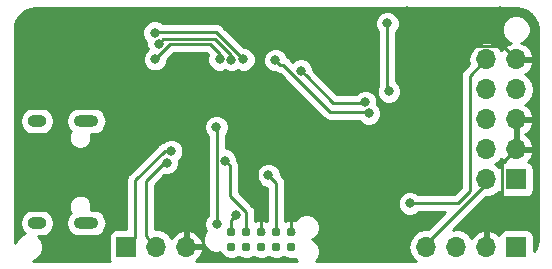
<source format=gbr>
G04 #@! TF.GenerationSoftware,KiCad,Pcbnew,(5.0.0)*
G04 #@! TF.CreationDate,2020-06-29T13:58:06-06:00*
G04 #@! TF.ProjectId,bmp,626D702E6B696361645F706362000000,rev?*
G04 #@! TF.SameCoordinates,Original*
G04 #@! TF.FileFunction,Copper,L2,Bot,Signal*
G04 #@! TF.FilePolarity,Positive*
%FSLAX46Y46*%
G04 Gerber Fmt 4.6, Leading zero omitted, Abs format (unit mm)*
G04 Created by KiCad (PCBNEW (5.0.0)) date 06/29/20 13:58:06*
%MOMM*%
%LPD*%
G01*
G04 APERTURE LIST*
G04 #@! TA.AperFunction,ComponentPad*
%ADD10O,1.600000X1.000000*%
G04 #@! TD*
G04 #@! TA.AperFunction,ComponentPad*
%ADD11O,2.100000X1.000000*%
G04 #@! TD*
G04 #@! TA.AperFunction,ConnectorPad*
%ADD12C,0.787400*%
G04 #@! TD*
G04 #@! TA.AperFunction,ComponentPad*
%ADD13R,1.700000X1.700000*%
G04 #@! TD*
G04 #@! TA.AperFunction,ComponentPad*
%ADD14O,1.700000X1.700000*%
G04 #@! TD*
G04 #@! TA.AperFunction,ViaPad*
%ADD15C,0.800000*%
G04 #@! TD*
G04 #@! TA.AperFunction,Conductor*
%ADD16C,0.250000*%
G04 #@! TD*
G04 #@! TA.AperFunction,Conductor*
%ADD17C,0.254000*%
G04 #@! TD*
G04 APERTURE END LIST*
D10*
G04 #@! TO.P,J1,S1*
G04 #@! TO.N,Net-(J1-PadS1)*
X28000000Y-44325000D03*
X28000000Y-35685000D03*
D11*
X32180000Y-44325000D03*
X32180000Y-35685000D03*
G04 #@! TD*
D12*
G04 #@! TO.P,J2,1*
G04 #@! TO.N,+3V3*
X44450000Y-45085000D03*
G04 #@! TO.P,J2,2*
G04 #@! TO.N,/SWDIO*
X45720000Y-45085000D03*
G04 #@! TO.P,J2,3*
G04 #@! TO.N,GND*
X46990000Y-45085000D03*
G04 #@! TO.P,J2,4*
G04 #@! TO.N,/SWCLK*
X48260000Y-45085000D03*
G04 #@! TO.P,J2,5*
G04 #@! TO.N,GND*
X49530000Y-45085000D03*
G04 #@! TO.P,J2,6*
G04 #@! TO.N,N/C*
X49530000Y-46355000D03*
G04 #@! TO.P,J2,7*
X48260000Y-46355000D03*
G04 #@! TO.P,J2,8*
X46990000Y-46355000D03*
G04 #@! TO.P,J2,9*
X45720000Y-46355000D03*
G04 #@! TO.P,J2,10*
X44450000Y-46355000D03*
G04 #@! TD*
D13*
G04 #@! TO.P,J3,1*
G04 #@! TO.N,/TPWR*
X68580000Y-40640000D03*
D14*
G04 #@! TO.P,J3,2*
G04 #@! TO.N,/TMS*
X66040000Y-40640000D03*
G04 #@! TO.P,J3,3*
G04 #@! TO.N,GND*
X68580000Y-38100000D03*
G04 #@! TO.P,J3,4*
G04 #@! TO.N,/TCK*
X66040000Y-38100000D03*
G04 #@! TO.P,J3,5*
G04 #@! TO.N,GND*
X68580000Y-35560000D03*
G04 #@! TO.P,J3,6*
G04 #@! TO.N,/TDO*
X66040000Y-35560000D03*
G04 #@! TO.P,J3,7*
G04 #@! TO.N,N/C*
X68580000Y-33020000D03*
G04 #@! TO.P,J3,8*
G04 #@! TO.N,/TDI*
X66040000Y-33020000D03*
G04 #@! TO.P,J3,9*
G04 #@! TO.N,GND*
X68580000Y-30480000D03*
G04 #@! TO.P,J3,10*
G04 #@! TO.N,/RST*
X66040000Y-30480000D03*
G04 #@! TD*
D13*
G04 #@! TO.P,J4,1*
G04 #@! TO.N,/TXD*
X35560000Y-46355000D03*
D14*
G04 #@! TO.P,J4,2*
G04 #@! TO.N,/RXD*
X38100000Y-46355000D03*
G04 #@! TO.P,J4,3*
G04 #@! TO.N,GND*
X40640000Y-46355000D03*
G04 #@! TD*
D13*
G04 #@! TO.P,J5,1*
G04 #@! TO.N,/TPWR*
X68580000Y-46355000D03*
D14*
G04 #@! TO.P,J5,2*
G04 #@! TO.N,GND*
X66040000Y-46355000D03*
G04 #@! TO.P,J5,3*
G04 #@! TO.N,/TCK*
X63500000Y-46355000D03*
G04 #@! TO.P,J5,4*
G04 #@! TO.N,/TMS*
X60960000Y-46355000D03*
G04 #@! TD*
D15*
G04 #@! TO.N,GND*
X29210000Y-42926000D03*
X27940000Y-27940000D03*
X33909000Y-34671000D03*
X29210000Y-37084000D03*
X26670000Y-42926000D03*
X26670000Y-37084000D03*
X29210000Y-46482000D03*
X26670000Y-34163000D03*
X29337000Y-34163000D03*
X34729840Y-42994160D03*
X38862000Y-35814006D03*
X62357000Y-33655000D03*
X51816000Y-40640000D03*
X46623970Y-41021008D03*
X48387000Y-37719000D03*
X43561000Y-32004000D03*
X59309010Y-28702000D03*
X44609330Y-35154441D03*
X41529000Y-34163000D03*
X53848000Y-36957000D03*
X59309000Y-26416000D03*
X67183000Y-26416000D03*
X70104000Y-42418000D03*
X70104000Y-44704000D03*
X61214000Y-43815000D03*
X57785000Y-43053000D03*
X45974000Y-39243000D03*
X44831000Y-37592000D03*
G04 #@! TO.N,+3V3*
X44831000Y-43688000D03*
X57658000Y-27432000D03*
X57785000Y-33172968D03*
G04 #@! TO.N,/LED2*
X43467156Y-30476619D03*
X38013000Y-30461506D03*
G04 #@! TO.N,/LED1*
X44466520Y-30512623D03*
X38299635Y-29149552D03*
G04 #@! TO.N,/LED0*
X45466000Y-30480000D03*
X37966943Y-28206504D03*
G04 #@! TO.N,/RST*
X59563000Y-42672000D03*
G04 #@! TO.N,/TXD*
X39363929Y-38220929D03*
G04 #@! TO.N,/RXD*
X38983635Y-39237635D03*
G04 #@! TO.N,/SWDIO*
X43928412Y-39045245D03*
G04 #@! TO.N,/SWCLK*
X47584818Y-40295998D03*
G04 #@! TO.N,/BOOTLOADER*
X43203402Y-44413010D03*
X43180000Y-36195006D03*
G04 #@! TO.N,/iTDI*
X55792331Y-34086062D03*
X50355500Y-31423180D03*
G04 #@! TO.N,/iTDO*
X56078296Y-35044315D03*
X48190429Y-30537429D03*
G04 #@! TD*
D16*
G04 #@! TO.N,GND*
X34435999Y-35578999D02*
X34036000Y-35179000D01*
X34671000Y-42799000D02*
X34671000Y-35814000D01*
X34435999Y-35578999D02*
X34671000Y-35814000D01*
X34671006Y-35814006D02*
X38296315Y-35814006D01*
X34671000Y-35814000D02*
X34671006Y-35814006D01*
X38296315Y-35814006D02*
X38862000Y-35814006D01*
X67404999Y-39275001D02*
X68580000Y-38100000D01*
X67404999Y-42196001D02*
X67404999Y-39275001D01*
X66040000Y-46355000D02*
X66040000Y-43561000D01*
X66040000Y-43561000D02*
X67404999Y-42196001D01*
X62756999Y-33255001D02*
X62756999Y-31350001D01*
X62357000Y-33655000D02*
X62756999Y-33255001D01*
X67730001Y-29630001D02*
X68580000Y-30480000D01*
X67404999Y-29304999D02*
X67730001Y-29630001D01*
X64802001Y-29304999D02*
X67404999Y-29304999D01*
X62756999Y-31350001D02*
X64802001Y-29304999D01*
X46990000Y-45085000D02*
X46990000Y-41387038D01*
X46990000Y-41387038D02*
X46623970Y-41021008D01*
X49530000Y-42926000D02*
X51816000Y-40640000D01*
X49530000Y-45085000D02*
X49530000Y-42926000D01*
X46623970Y-40455323D02*
X46623970Y-41021008D01*
X46623970Y-39736030D02*
X46623970Y-40455323D01*
X47987001Y-38372999D02*
X46623970Y-39736030D01*
X47987001Y-38118999D02*
X47987001Y-38372999D01*
X48387000Y-37719000D02*
X47987001Y-38118999D01*
X43561000Y-32004000D02*
X41529000Y-34036000D01*
X41529000Y-34036000D02*
X41529000Y-34163000D01*
G04 #@! TO.N,+3V3*
X44450000Y-45085000D02*
X44450000Y-44069000D01*
X44450000Y-44069000D02*
X44831000Y-43688000D01*
X57658000Y-33045968D02*
X57785000Y-33172968D01*
X57658000Y-27432000D02*
X57658000Y-33045968D01*
G04 #@! TO.N,/TCK*
X63627000Y-46228000D02*
X63754000Y-46355000D01*
G04 #@! TO.N,/LED2*
X39264506Y-29210000D02*
X38013000Y-30461506D01*
X42672000Y-29210000D02*
X39264506Y-29210000D01*
X43467156Y-30476619D02*
X43467156Y-30005156D01*
X43467156Y-30005156D02*
X42672000Y-29210000D01*
G04 #@! TO.N,/LED1*
X43099143Y-28749553D02*
X38699634Y-28749553D01*
X38699634Y-28749553D02*
X38299635Y-29149552D01*
X44466520Y-30116930D02*
X43099143Y-28749553D01*
X44466520Y-30512623D02*
X44466520Y-30116930D01*
G04 #@! TO.N,/LED0*
X37979447Y-28194000D02*
X37966943Y-28206504D01*
X45466000Y-30480000D02*
X43180000Y-28194000D01*
X43180000Y-28194000D02*
X37979447Y-28194000D01*
G04 #@! TO.N,/RST*
X64643000Y-31877000D02*
X66040000Y-30480000D01*
X64643000Y-41656000D02*
X64643000Y-31877000D01*
X59563000Y-42672000D02*
X63627000Y-42672000D01*
X63627000Y-42672000D02*
X64643000Y-41656000D01*
G04 #@! TO.N,/TMS*
X66040000Y-41021000D02*
X66040000Y-40640000D01*
X60960000Y-46355000D02*
X60960000Y-46101000D01*
X60960000Y-46101000D02*
X66040000Y-41021000D01*
G04 #@! TO.N,/TXD*
X38798244Y-38220929D02*
X39363929Y-38220929D01*
X36322000Y-40697173D02*
X38798244Y-38220929D01*
X35560000Y-46355000D02*
X36322000Y-45593000D01*
X36322000Y-45593000D02*
X36322000Y-40697173D01*
G04 #@! TO.N,/RXD*
X38740365Y-39237635D02*
X38983635Y-39237635D01*
X37211000Y-40767000D02*
X38740365Y-39237635D01*
X38100000Y-46355000D02*
X37211000Y-45466000D01*
X37211000Y-45466000D02*
X37211000Y-40767000D01*
G04 #@! TO.N,/SWDIO*
X44328411Y-39445244D02*
X43928412Y-39045245D01*
X44328411Y-42042411D02*
X44328411Y-39445244D01*
X45720000Y-45085000D02*
X45720000Y-43434000D01*
X45720000Y-43434000D02*
X44328411Y-42042411D01*
G04 #@! TO.N,/SWCLK*
X47984817Y-40695997D02*
X47584818Y-40295998D01*
X48260000Y-40971180D02*
X47984817Y-40695997D01*
X48260000Y-45085000D02*
X48260000Y-40971180D01*
G04 #@! TO.N,/BOOTLOADER*
X43203402Y-36218408D02*
X43180000Y-36195006D01*
X43203402Y-44413010D02*
X43203402Y-36218408D01*
G04 #@! TO.N,/iTDI*
X50755499Y-31823179D02*
X50355500Y-31423180D01*
X53095320Y-34163000D02*
X50755499Y-31823179D01*
X55792331Y-34086062D02*
X55715393Y-34163000D01*
X55715393Y-34163000D02*
X53095320Y-34163000D01*
G04 #@! TO.N,/iTDO*
X52832000Y-34925000D02*
X48844428Y-30937428D01*
X56078296Y-35044315D02*
X55958981Y-34925000D01*
X55958981Y-34925000D02*
X52832000Y-34925000D01*
X48590428Y-30937428D02*
X48190429Y-30537429D01*
X48844428Y-30937428D02*
X48590428Y-30937428D01*
G04 #@! TD*
D17*
G04 #@! TO.N,GND*
G36*
X69033698Y-26172958D02*
X69458893Y-26341305D01*
X69828858Y-26610101D01*
X70120356Y-26962462D01*
X70315067Y-27376244D01*
X70407093Y-27858662D01*
X70410001Y-27951195D01*
X70410000Y-45675333D01*
X70347042Y-46173699D01*
X70178697Y-46598889D01*
X70077440Y-46738258D01*
X70077440Y-45505000D01*
X70028157Y-45257235D01*
X69887809Y-45047191D01*
X69677765Y-44906843D01*
X69430000Y-44857560D01*
X67730000Y-44857560D01*
X67482235Y-44906843D01*
X67272191Y-45047191D01*
X67131843Y-45257235D01*
X67111261Y-45360708D01*
X66806924Y-45083355D01*
X66396890Y-44913524D01*
X66167000Y-45034845D01*
X66167000Y-46228000D01*
X66187000Y-46228000D01*
X66187000Y-46482000D01*
X66167000Y-46482000D01*
X66167000Y-46502000D01*
X65913000Y-46502000D01*
X65913000Y-46482000D01*
X65893000Y-46482000D01*
X65893000Y-46228000D01*
X65913000Y-46228000D01*
X65913000Y-45034845D01*
X65683110Y-44913524D01*
X65273076Y-45083355D01*
X64844817Y-45473642D01*
X64783843Y-45603478D01*
X64570625Y-45284375D01*
X64079418Y-44956161D01*
X63646256Y-44870000D01*
X63353744Y-44870000D01*
X63243965Y-44891836D01*
X66010802Y-42125000D01*
X66186256Y-42125000D01*
X66619418Y-42038839D01*
X67110625Y-41710625D01*
X67122816Y-41692381D01*
X67131843Y-41737765D01*
X67272191Y-41947809D01*
X67482235Y-42088157D01*
X67730000Y-42137440D01*
X69430000Y-42137440D01*
X69677765Y-42088157D01*
X69887809Y-41947809D01*
X70028157Y-41737765D01*
X70077440Y-41490000D01*
X70077440Y-39790000D01*
X70028157Y-39542235D01*
X69887809Y-39332191D01*
X69677765Y-39191843D01*
X69574292Y-39171261D01*
X69851645Y-38866924D01*
X70021476Y-38456890D01*
X69900155Y-38227000D01*
X68707000Y-38227000D01*
X68707000Y-38247000D01*
X68453000Y-38247000D01*
X68453000Y-38227000D01*
X68433000Y-38227000D01*
X68433000Y-37973000D01*
X68453000Y-37973000D01*
X68453000Y-35687000D01*
X68707000Y-35687000D01*
X68707000Y-37973000D01*
X69900155Y-37973000D01*
X70021476Y-37743110D01*
X69851645Y-37333076D01*
X69461358Y-36904817D01*
X69302046Y-36830000D01*
X69461358Y-36755183D01*
X69851645Y-36326924D01*
X70021476Y-35916890D01*
X69900155Y-35687000D01*
X68707000Y-35687000D01*
X68453000Y-35687000D01*
X68433000Y-35687000D01*
X68433000Y-35433000D01*
X68453000Y-35433000D01*
X68453000Y-35413000D01*
X68707000Y-35413000D01*
X68707000Y-35433000D01*
X69900155Y-35433000D01*
X70021476Y-35203110D01*
X69851645Y-34793076D01*
X69461358Y-34364817D01*
X69331522Y-34303843D01*
X69650625Y-34090625D01*
X69978839Y-33599418D01*
X70094092Y-33020000D01*
X69978839Y-32440582D01*
X69650625Y-31949375D01*
X69331522Y-31736157D01*
X69461358Y-31675183D01*
X69851645Y-31246924D01*
X70021476Y-30836890D01*
X69900155Y-30607000D01*
X68707000Y-30607000D01*
X68707000Y-30627000D01*
X68453000Y-30627000D01*
X68453000Y-30607000D01*
X68433000Y-30607000D01*
X68433000Y-30353000D01*
X68453000Y-30353000D01*
X68453000Y-30333000D01*
X68707000Y-30333000D01*
X68707000Y-30353000D01*
X69900155Y-30353000D01*
X70021476Y-30123110D01*
X69851645Y-29713076D01*
X69461358Y-29284817D01*
X69009794Y-29072750D01*
X69265976Y-28966636D01*
X69606636Y-28625976D01*
X69791000Y-28180883D01*
X69791000Y-27699117D01*
X69606636Y-27254024D01*
X69265976Y-26913364D01*
X68820883Y-26729000D01*
X68339117Y-26729000D01*
X67894024Y-26913364D01*
X67553364Y-27254024D01*
X67369000Y-27699117D01*
X67369000Y-28180883D01*
X67553364Y-28625976D01*
X67894024Y-28966636D01*
X68150206Y-29072750D01*
X67698642Y-29284817D01*
X67311353Y-29709786D01*
X67110625Y-29409375D01*
X66619418Y-29081161D01*
X66186256Y-28995000D01*
X65893744Y-28995000D01*
X65460582Y-29081161D01*
X64969375Y-29409375D01*
X64641161Y-29900582D01*
X64525908Y-30480000D01*
X64598791Y-30846408D01*
X64158528Y-31286671D01*
X64095072Y-31329071D01*
X64052672Y-31392527D01*
X64052671Y-31392528D01*
X63927097Y-31580463D01*
X63868112Y-31877000D01*
X63883001Y-31951852D01*
X63883000Y-41341198D01*
X63312199Y-41912000D01*
X60266711Y-41912000D01*
X60149280Y-41794569D01*
X59768874Y-41637000D01*
X59357126Y-41637000D01*
X58976720Y-41794569D01*
X58685569Y-42085720D01*
X58528000Y-42466126D01*
X58528000Y-42877874D01*
X58685569Y-43258280D01*
X58976720Y-43549431D01*
X59357126Y-43707000D01*
X59768874Y-43707000D01*
X60149280Y-43549431D01*
X60266711Y-43432000D01*
X62554199Y-43432000D01*
X61114549Y-44871650D01*
X61106256Y-44870000D01*
X60813744Y-44870000D01*
X60380582Y-44956161D01*
X59889375Y-45284375D01*
X59561161Y-45775582D01*
X59445908Y-46355000D01*
X59561161Y-46934418D01*
X59889375Y-47425625D01*
X60075515Y-47550000D01*
X51584486Y-47550000D01*
X51758222Y-47376264D01*
X51930300Y-46960831D01*
X51930300Y-46511169D01*
X51758222Y-46095736D01*
X51440264Y-45777778D01*
X51300776Y-45720000D01*
X51440264Y-45662222D01*
X51758222Y-45344264D01*
X51930300Y-44928831D01*
X51930300Y-44479169D01*
X51758222Y-44063736D01*
X51440264Y-43745778D01*
X51024831Y-43573700D01*
X50575169Y-43573700D01*
X50159736Y-43745778D01*
X49841778Y-44063736D01*
X49826808Y-44099876D01*
X49649557Y-44042983D01*
X49241693Y-44076549D01*
X49020781Y-44168054D01*
X49020000Y-44174716D01*
X49020000Y-41046028D01*
X49034888Y-40971180D01*
X49020000Y-40896332D01*
X49020000Y-40896328D01*
X48975904Y-40674643D01*
X48807929Y-40423251D01*
X48744470Y-40380849D01*
X48619818Y-40256197D01*
X48619818Y-40090124D01*
X48462249Y-39709718D01*
X48171098Y-39418567D01*
X47790692Y-39260998D01*
X47378944Y-39260998D01*
X46998538Y-39418567D01*
X46707387Y-39709718D01*
X46549818Y-40090124D01*
X46549818Y-40501872D01*
X46707387Y-40882278D01*
X46998538Y-41173429D01*
X47378944Y-41330998D01*
X47500001Y-41330998D01*
X47500000Y-44174716D01*
X47499219Y-44168054D01*
X47109557Y-44042983D01*
X46701693Y-44076549D01*
X46480781Y-44168054D01*
X46480000Y-44174716D01*
X46480000Y-43508846D01*
X46494888Y-43433999D01*
X46480000Y-43359152D01*
X46480000Y-43359148D01*
X46435904Y-43137463D01*
X46267929Y-42886071D01*
X46204473Y-42843671D01*
X45088411Y-41727610D01*
X45088411Y-39520090D01*
X45103299Y-39445243D01*
X45088411Y-39370396D01*
X45088411Y-39370392D01*
X45044315Y-39148707D01*
X44963412Y-39027627D01*
X44963412Y-38839371D01*
X44805843Y-38458965D01*
X44514692Y-38167814D01*
X44134286Y-38010245D01*
X43963402Y-38010245D01*
X43963402Y-36875315D01*
X44057431Y-36781286D01*
X44215000Y-36400880D01*
X44215000Y-35989132D01*
X44057431Y-35608726D01*
X43766280Y-35317575D01*
X43385874Y-35160006D01*
X42974126Y-35160006D01*
X42593720Y-35317575D01*
X42302569Y-35608726D01*
X42145000Y-35989132D01*
X42145000Y-36400880D01*
X42302569Y-36781286D01*
X42443403Y-36922120D01*
X42443402Y-43709299D01*
X42325971Y-43826730D01*
X42168402Y-44207136D01*
X42168402Y-44618884D01*
X42319016Y-44982498D01*
X42221778Y-45079736D01*
X42049700Y-45495169D01*
X42049700Y-45930424D01*
X41835183Y-45473642D01*
X41406924Y-45083355D01*
X40996890Y-44913524D01*
X40767000Y-45034845D01*
X40767000Y-46228000D01*
X41960819Y-46228000D01*
X42076054Y-46008456D01*
X42221778Y-46360264D01*
X42539736Y-46678222D01*
X42955169Y-46850300D01*
X43404831Y-46850300D01*
X43521659Y-46801908D01*
X43577911Y-46937712D01*
X43867288Y-47227089D01*
X44245379Y-47383700D01*
X44654621Y-47383700D01*
X45032712Y-47227089D01*
X45085000Y-47174801D01*
X45137288Y-47227089D01*
X45515379Y-47383700D01*
X45924621Y-47383700D01*
X46302712Y-47227089D01*
X46355000Y-47174801D01*
X46407288Y-47227089D01*
X46785379Y-47383700D01*
X47194621Y-47383700D01*
X47572712Y-47227089D01*
X47625000Y-47174801D01*
X47677288Y-47227089D01*
X48055379Y-47383700D01*
X48464621Y-47383700D01*
X48842712Y-47227089D01*
X48895000Y-47174801D01*
X48947288Y-47227089D01*
X49325379Y-47383700D01*
X49734621Y-47383700D01*
X49828714Y-47344725D01*
X49841778Y-47376264D01*
X50015514Y-47550000D01*
X41491026Y-47550000D01*
X41835183Y-47236358D01*
X42081486Y-46711892D01*
X41960819Y-46482000D01*
X40767000Y-46482000D01*
X40767000Y-46502000D01*
X40513000Y-46502000D01*
X40513000Y-46482000D01*
X40493000Y-46482000D01*
X40493000Y-46228000D01*
X40513000Y-46228000D01*
X40513000Y-45034845D01*
X40283110Y-44913524D01*
X39873076Y-45083355D01*
X39444817Y-45473642D01*
X39383843Y-45603478D01*
X39170625Y-45284375D01*
X38679418Y-44956161D01*
X38246256Y-44870000D01*
X37971000Y-44870000D01*
X37971000Y-41081801D01*
X38780167Y-40272635D01*
X39189509Y-40272635D01*
X39569915Y-40115066D01*
X39861066Y-39823915D01*
X40018635Y-39443509D01*
X40018635Y-39031761D01*
X40018100Y-39030469D01*
X40241360Y-38807209D01*
X40398929Y-38426803D01*
X40398929Y-38015055D01*
X40241360Y-37634649D01*
X39950209Y-37343498D01*
X39569803Y-37185929D01*
X39158055Y-37185929D01*
X38777649Y-37343498D01*
X38644532Y-37476615D01*
X38549849Y-37495449D01*
X38501706Y-37505025D01*
X38314662Y-37630005D01*
X38250315Y-37673000D01*
X38207915Y-37736456D01*
X35837528Y-40106844D01*
X35774072Y-40149244D01*
X35731672Y-40212700D01*
X35731671Y-40212701D01*
X35606097Y-40400636D01*
X35547112Y-40697173D01*
X35562001Y-40772025D01*
X35562000Y-44857560D01*
X34710000Y-44857560D01*
X34462235Y-44906843D01*
X34252191Y-45047191D01*
X34111843Y-45257235D01*
X34062560Y-45505000D01*
X34062560Y-47205000D01*
X34111843Y-47452765D01*
X34176814Y-47550000D01*
X27984667Y-47550000D01*
X27678030Y-47511263D01*
X27990976Y-47381636D01*
X28331636Y-47040976D01*
X28516000Y-46595883D01*
X28516000Y-46114117D01*
X28331636Y-45669024D01*
X28122612Y-45460000D01*
X28411783Y-45460000D01*
X28742855Y-45394146D01*
X29118289Y-45143289D01*
X29369146Y-44767855D01*
X29457235Y-44325000D01*
X30472765Y-44325000D01*
X30560854Y-44767855D01*
X30811711Y-45143289D01*
X31187145Y-45394146D01*
X31518217Y-45460000D01*
X32841783Y-45460000D01*
X33172855Y-45394146D01*
X33548289Y-45143289D01*
X33799146Y-44767855D01*
X33887235Y-44325000D01*
X33799146Y-43882145D01*
X33548289Y-43506711D01*
X33172855Y-43255854D01*
X32841783Y-43190000D01*
X32566904Y-43190000D01*
X32610000Y-43085956D01*
X32610000Y-42704044D01*
X32463849Y-42351203D01*
X32193797Y-42081151D01*
X31840956Y-41935000D01*
X31459044Y-41935000D01*
X31106203Y-42081151D01*
X30836151Y-42351203D01*
X30690000Y-42704044D01*
X30690000Y-43085956D01*
X30836151Y-43438797D01*
X30867073Y-43469719D01*
X30811711Y-43506711D01*
X30560854Y-43882145D01*
X30472765Y-44325000D01*
X29457235Y-44325000D01*
X29369146Y-43882145D01*
X29118289Y-43506711D01*
X28742855Y-43255854D01*
X28411783Y-43190000D01*
X27588217Y-43190000D01*
X27257145Y-43255854D01*
X26881711Y-43506711D01*
X26630854Y-43882145D01*
X26542765Y-44325000D01*
X26630854Y-44767855D01*
X26881711Y-45143289D01*
X26952172Y-45190369D01*
X26619024Y-45328364D01*
X26278364Y-45669024D01*
X26147797Y-45984240D01*
X26112907Y-45801339D01*
X26110000Y-45708836D01*
X26110000Y-35685000D01*
X26542765Y-35685000D01*
X26630854Y-36127855D01*
X26881711Y-36503289D01*
X27257145Y-36754146D01*
X27588217Y-36820000D01*
X28411783Y-36820000D01*
X28742855Y-36754146D01*
X29118289Y-36503289D01*
X29369146Y-36127855D01*
X29457235Y-35685000D01*
X30472765Y-35685000D01*
X30560854Y-36127855D01*
X30811711Y-36503289D01*
X30867073Y-36540281D01*
X30836151Y-36571203D01*
X30690000Y-36924044D01*
X30690000Y-37305956D01*
X30836151Y-37658797D01*
X31106203Y-37928849D01*
X31459044Y-38075000D01*
X31840956Y-38075000D01*
X32193797Y-37928849D01*
X32463849Y-37658797D01*
X32610000Y-37305956D01*
X32610000Y-36924044D01*
X32566904Y-36820000D01*
X32841783Y-36820000D01*
X33172855Y-36754146D01*
X33548289Y-36503289D01*
X33799146Y-36127855D01*
X33887235Y-35685000D01*
X33799146Y-35242145D01*
X33548289Y-34866711D01*
X33172855Y-34615854D01*
X32841783Y-34550000D01*
X31518217Y-34550000D01*
X31187145Y-34615854D01*
X30811711Y-34866711D01*
X30560854Y-35242145D01*
X30472765Y-35685000D01*
X29457235Y-35685000D01*
X29369146Y-35242145D01*
X29118289Y-34866711D01*
X28742855Y-34615854D01*
X28411783Y-34550000D01*
X27588217Y-34550000D01*
X27257145Y-34615854D01*
X26881711Y-34866711D01*
X26630854Y-35242145D01*
X26542765Y-35685000D01*
X26110000Y-35685000D01*
X26110000Y-28000630D01*
X36931943Y-28000630D01*
X36931943Y-28412378D01*
X37089512Y-28792784D01*
X37264635Y-28967907D01*
X37264635Y-29355426D01*
X37379078Y-29631717D01*
X37135569Y-29875226D01*
X36978000Y-30255632D01*
X36978000Y-30667380D01*
X37135569Y-31047786D01*
X37426720Y-31338937D01*
X37807126Y-31496506D01*
X38218874Y-31496506D01*
X38599280Y-31338937D01*
X38890431Y-31047786D01*
X39048000Y-30667380D01*
X39048000Y-30501307D01*
X39579308Y-29970000D01*
X42357198Y-29970000D01*
X42498287Y-30111089D01*
X42432156Y-30270745D01*
X42432156Y-30682493D01*
X42589725Y-31062899D01*
X42880876Y-31354050D01*
X43261282Y-31511619D01*
X43673030Y-31511619D01*
X43923377Y-31407922D01*
X44260646Y-31547623D01*
X44672394Y-31547623D01*
X45005640Y-31409588D01*
X45260126Y-31515000D01*
X45671874Y-31515000D01*
X46052280Y-31357431D01*
X46343431Y-31066280D01*
X46501000Y-30685874D01*
X46501000Y-30331555D01*
X47155429Y-30331555D01*
X47155429Y-30743303D01*
X47312998Y-31123709D01*
X47604149Y-31414860D01*
X47984555Y-31572429D01*
X48172811Y-31572429D01*
X48293891Y-31653332D01*
X48515576Y-31697428D01*
X48515580Y-31697428D01*
X48533115Y-31700916D01*
X52241673Y-35409476D01*
X52284071Y-35472929D01*
X52347524Y-35515327D01*
X52347526Y-35515329D01*
X52462638Y-35592244D01*
X52535463Y-35640904D01*
X52757148Y-35685000D01*
X52757152Y-35685000D01*
X52831999Y-35699888D01*
X52906846Y-35685000D01*
X55255270Y-35685000D01*
X55492016Y-35921746D01*
X55872422Y-36079315D01*
X56284170Y-36079315D01*
X56664576Y-35921746D01*
X56955727Y-35630595D01*
X57113296Y-35250189D01*
X57113296Y-34838441D01*
X56955727Y-34458035D01*
X56816288Y-34318596D01*
X56827331Y-34291936D01*
X56827331Y-33880188D01*
X56669762Y-33499782D01*
X56378611Y-33208631D01*
X55998205Y-33051062D01*
X55586457Y-33051062D01*
X55206051Y-33208631D01*
X55011682Y-33403000D01*
X53410122Y-33403000D01*
X51390500Y-31383379D01*
X51390500Y-31217306D01*
X51232931Y-30836900D01*
X50941780Y-30545749D01*
X50561374Y-30388180D01*
X50149626Y-30388180D01*
X49769220Y-30545749D01*
X49648385Y-30666584D01*
X49434759Y-30452958D01*
X49392357Y-30389499D01*
X49194734Y-30257452D01*
X49067860Y-29951149D01*
X48776709Y-29659998D01*
X48396303Y-29502429D01*
X47984555Y-29502429D01*
X47604149Y-29659998D01*
X47312998Y-29951149D01*
X47155429Y-30331555D01*
X46501000Y-30331555D01*
X46501000Y-30274126D01*
X46343431Y-29893720D01*
X46052280Y-29602569D01*
X45671874Y-29445000D01*
X45505802Y-29445000D01*
X43770331Y-27709530D01*
X43727929Y-27646071D01*
X43476537Y-27478096D01*
X43254852Y-27434000D01*
X43254847Y-27434000D01*
X43180000Y-27419112D01*
X43105153Y-27434000D01*
X38658150Y-27434000D01*
X38553223Y-27329073D01*
X38304687Y-27226126D01*
X56623000Y-27226126D01*
X56623000Y-27637874D01*
X56780569Y-28018280D01*
X56898000Y-28135711D01*
X56898001Y-32609787D01*
X56750000Y-32967094D01*
X56750000Y-33378842D01*
X56907569Y-33759248D01*
X57198720Y-34050399D01*
X57579126Y-34207968D01*
X57990874Y-34207968D01*
X58371280Y-34050399D01*
X58662431Y-33759248D01*
X58820000Y-33378842D01*
X58820000Y-32967094D01*
X58662431Y-32586688D01*
X58418000Y-32342257D01*
X58418000Y-28135711D01*
X58535431Y-28018280D01*
X58693000Y-27637874D01*
X58693000Y-27226126D01*
X58535431Y-26845720D01*
X58244280Y-26554569D01*
X57863874Y-26397000D01*
X57452126Y-26397000D01*
X57071720Y-26554569D01*
X56780569Y-26845720D01*
X56623000Y-27226126D01*
X38304687Y-27226126D01*
X38172817Y-27171504D01*
X37761069Y-27171504D01*
X37380663Y-27329073D01*
X37089512Y-27620224D01*
X36931943Y-28000630D01*
X26110000Y-28000630D01*
X26110000Y-27984666D01*
X26172958Y-27486302D01*
X26341305Y-27061107D01*
X26610101Y-26691142D01*
X26962462Y-26399644D01*
X27376244Y-26204933D01*
X27858662Y-26112907D01*
X27951164Y-26110000D01*
X68535334Y-26110000D01*
X69033698Y-26172958D01*
X69033698Y-26172958D01*
G37*
X69033698Y-26172958D02*
X69458893Y-26341305D01*
X69828858Y-26610101D01*
X70120356Y-26962462D01*
X70315067Y-27376244D01*
X70407093Y-27858662D01*
X70410001Y-27951195D01*
X70410000Y-45675333D01*
X70347042Y-46173699D01*
X70178697Y-46598889D01*
X70077440Y-46738258D01*
X70077440Y-45505000D01*
X70028157Y-45257235D01*
X69887809Y-45047191D01*
X69677765Y-44906843D01*
X69430000Y-44857560D01*
X67730000Y-44857560D01*
X67482235Y-44906843D01*
X67272191Y-45047191D01*
X67131843Y-45257235D01*
X67111261Y-45360708D01*
X66806924Y-45083355D01*
X66396890Y-44913524D01*
X66167000Y-45034845D01*
X66167000Y-46228000D01*
X66187000Y-46228000D01*
X66187000Y-46482000D01*
X66167000Y-46482000D01*
X66167000Y-46502000D01*
X65913000Y-46502000D01*
X65913000Y-46482000D01*
X65893000Y-46482000D01*
X65893000Y-46228000D01*
X65913000Y-46228000D01*
X65913000Y-45034845D01*
X65683110Y-44913524D01*
X65273076Y-45083355D01*
X64844817Y-45473642D01*
X64783843Y-45603478D01*
X64570625Y-45284375D01*
X64079418Y-44956161D01*
X63646256Y-44870000D01*
X63353744Y-44870000D01*
X63243965Y-44891836D01*
X66010802Y-42125000D01*
X66186256Y-42125000D01*
X66619418Y-42038839D01*
X67110625Y-41710625D01*
X67122816Y-41692381D01*
X67131843Y-41737765D01*
X67272191Y-41947809D01*
X67482235Y-42088157D01*
X67730000Y-42137440D01*
X69430000Y-42137440D01*
X69677765Y-42088157D01*
X69887809Y-41947809D01*
X70028157Y-41737765D01*
X70077440Y-41490000D01*
X70077440Y-39790000D01*
X70028157Y-39542235D01*
X69887809Y-39332191D01*
X69677765Y-39191843D01*
X69574292Y-39171261D01*
X69851645Y-38866924D01*
X70021476Y-38456890D01*
X69900155Y-38227000D01*
X68707000Y-38227000D01*
X68707000Y-38247000D01*
X68453000Y-38247000D01*
X68453000Y-38227000D01*
X68433000Y-38227000D01*
X68433000Y-37973000D01*
X68453000Y-37973000D01*
X68453000Y-35687000D01*
X68707000Y-35687000D01*
X68707000Y-37973000D01*
X69900155Y-37973000D01*
X70021476Y-37743110D01*
X69851645Y-37333076D01*
X69461358Y-36904817D01*
X69302046Y-36830000D01*
X69461358Y-36755183D01*
X69851645Y-36326924D01*
X70021476Y-35916890D01*
X69900155Y-35687000D01*
X68707000Y-35687000D01*
X68453000Y-35687000D01*
X68433000Y-35687000D01*
X68433000Y-35433000D01*
X68453000Y-35433000D01*
X68453000Y-35413000D01*
X68707000Y-35413000D01*
X68707000Y-35433000D01*
X69900155Y-35433000D01*
X70021476Y-35203110D01*
X69851645Y-34793076D01*
X69461358Y-34364817D01*
X69331522Y-34303843D01*
X69650625Y-34090625D01*
X69978839Y-33599418D01*
X70094092Y-33020000D01*
X69978839Y-32440582D01*
X69650625Y-31949375D01*
X69331522Y-31736157D01*
X69461358Y-31675183D01*
X69851645Y-31246924D01*
X70021476Y-30836890D01*
X69900155Y-30607000D01*
X68707000Y-30607000D01*
X68707000Y-30627000D01*
X68453000Y-30627000D01*
X68453000Y-30607000D01*
X68433000Y-30607000D01*
X68433000Y-30353000D01*
X68453000Y-30353000D01*
X68453000Y-30333000D01*
X68707000Y-30333000D01*
X68707000Y-30353000D01*
X69900155Y-30353000D01*
X70021476Y-30123110D01*
X69851645Y-29713076D01*
X69461358Y-29284817D01*
X69009794Y-29072750D01*
X69265976Y-28966636D01*
X69606636Y-28625976D01*
X69791000Y-28180883D01*
X69791000Y-27699117D01*
X69606636Y-27254024D01*
X69265976Y-26913364D01*
X68820883Y-26729000D01*
X68339117Y-26729000D01*
X67894024Y-26913364D01*
X67553364Y-27254024D01*
X67369000Y-27699117D01*
X67369000Y-28180883D01*
X67553364Y-28625976D01*
X67894024Y-28966636D01*
X68150206Y-29072750D01*
X67698642Y-29284817D01*
X67311353Y-29709786D01*
X67110625Y-29409375D01*
X66619418Y-29081161D01*
X66186256Y-28995000D01*
X65893744Y-28995000D01*
X65460582Y-29081161D01*
X64969375Y-29409375D01*
X64641161Y-29900582D01*
X64525908Y-30480000D01*
X64598791Y-30846408D01*
X64158528Y-31286671D01*
X64095072Y-31329071D01*
X64052672Y-31392527D01*
X64052671Y-31392528D01*
X63927097Y-31580463D01*
X63868112Y-31877000D01*
X63883001Y-31951852D01*
X63883000Y-41341198D01*
X63312199Y-41912000D01*
X60266711Y-41912000D01*
X60149280Y-41794569D01*
X59768874Y-41637000D01*
X59357126Y-41637000D01*
X58976720Y-41794569D01*
X58685569Y-42085720D01*
X58528000Y-42466126D01*
X58528000Y-42877874D01*
X58685569Y-43258280D01*
X58976720Y-43549431D01*
X59357126Y-43707000D01*
X59768874Y-43707000D01*
X60149280Y-43549431D01*
X60266711Y-43432000D01*
X62554199Y-43432000D01*
X61114549Y-44871650D01*
X61106256Y-44870000D01*
X60813744Y-44870000D01*
X60380582Y-44956161D01*
X59889375Y-45284375D01*
X59561161Y-45775582D01*
X59445908Y-46355000D01*
X59561161Y-46934418D01*
X59889375Y-47425625D01*
X60075515Y-47550000D01*
X51584486Y-47550000D01*
X51758222Y-47376264D01*
X51930300Y-46960831D01*
X51930300Y-46511169D01*
X51758222Y-46095736D01*
X51440264Y-45777778D01*
X51300776Y-45720000D01*
X51440264Y-45662222D01*
X51758222Y-45344264D01*
X51930300Y-44928831D01*
X51930300Y-44479169D01*
X51758222Y-44063736D01*
X51440264Y-43745778D01*
X51024831Y-43573700D01*
X50575169Y-43573700D01*
X50159736Y-43745778D01*
X49841778Y-44063736D01*
X49826808Y-44099876D01*
X49649557Y-44042983D01*
X49241693Y-44076549D01*
X49020781Y-44168054D01*
X49020000Y-44174716D01*
X49020000Y-41046028D01*
X49034888Y-40971180D01*
X49020000Y-40896332D01*
X49020000Y-40896328D01*
X48975904Y-40674643D01*
X48807929Y-40423251D01*
X48744470Y-40380849D01*
X48619818Y-40256197D01*
X48619818Y-40090124D01*
X48462249Y-39709718D01*
X48171098Y-39418567D01*
X47790692Y-39260998D01*
X47378944Y-39260998D01*
X46998538Y-39418567D01*
X46707387Y-39709718D01*
X46549818Y-40090124D01*
X46549818Y-40501872D01*
X46707387Y-40882278D01*
X46998538Y-41173429D01*
X47378944Y-41330998D01*
X47500001Y-41330998D01*
X47500000Y-44174716D01*
X47499219Y-44168054D01*
X47109557Y-44042983D01*
X46701693Y-44076549D01*
X46480781Y-44168054D01*
X46480000Y-44174716D01*
X46480000Y-43508846D01*
X46494888Y-43433999D01*
X46480000Y-43359152D01*
X46480000Y-43359148D01*
X46435904Y-43137463D01*
X46267929Y-42886071D01*
X46204473Y-42843671D01*
X45088411Y-41727610D01*
X45088411Y-39520090D01*
X45103299Y-39445243D01*
X45088411Y-39370396D01*
X45088411Y-39370392D01*
X45044315Y-39148707D01*
X44963412Y-39027627D01*
X44963412Y-38839371D01*
X44805843Y-38458965D01*
X44514692Y-38167814D01*
X44134286Y-38010245D01*
X43963402Y-38010245D01*
X43963402Y-36875315D01*
X44057431Y-36781286D01*
X44215000Y-36400880D01*
X44215000Y-35989132D01*
X44057431Y-35608726D01*
X43766280Y-35317575D01*
X43385874Y-35160006D01*
X42974126Y-35160006D01*
X42593720Y-35317575D01*
X42302569Y-35608726D01*
X42145000Y-35989132D01*
X42145000Y-36400880D01*
X42302569Y-36781286D01*
X42443403Y-36922120D01*
X42443402Y-43709299D01*
X42325971Y-43826730D01*
X42168402Y-44207136D01*
X42168402Y-44618884D01*
X42319016Y-44982498D01*
X42221778Y-45079736D01*
X42049700Y-45495169D01*
X42049700Y-45930424D01*
X41835183Y-45473642D01*
X41406924Y-45083355D01*
X40996890Y-44913524D01*
X40767000Y-45034845D01*
X40767000Y-46228000D01*
X41960819Y-46228000D01*
X42076054Y-46008456D01*
X42221778Y-46360264D01*
X42539736Y-46678222D01*
X42955169Y-46850300D01*
X43404831Y-46850300D01*
X43521659Y-46801908D01*
X43577911Y-46937712D01*
X43867288Y-47227089D01*
X44245379Y-47383700D01*
X44654621Y-47383700D01*
X45032712Y-47227089D01*
X45085000Y-47174801D01*
X45137288Y-47227089D01*
X45515379Y-47383700D01*
X45924621Y-47383700D01*
X46302712Y-47227089D01*
X46355000Y-47174801D01*
X46407288Y-47227089D01*
X46785379Y-47383700D01*
X47194621Y-47383700D01*
X47572712Y-47227089D01*
X47625000Y-47174801D01*
X47677288Y-47227089D01*
X48055379Y-47383700D01*
X48464621Y-47383700D01*
X48842712Y-47227089D01*
X48895000Y-47174801D01*
X48947288Y-47227089D01*
X49325379Y-47383700D01*
X49734621Y-47383700D01*
X49828714Y-47344725D01*
X49841778Y-47376264D01*
X50015514Y-47550000D01*
X41491026Y-47550000D01*
X41835183Y-47236358D01*
X42081486Y-46711892D01*
X41960819Y-46482000D01*
X40767000Y-46482000D01*
X40767000Y-46502000D01*
X40513000Y-46502000D01*
X40513000Y-46482000D01*
X40493000Y-46482000D01*
X40493000Y-46228000D01*
X40513000Y-46228000D01*
X40513000Y-45034845D01*
X40283110Y-44913524D01*
X39873076Y-45083355D01*
X39444817Y-45473642D01*
X39383843Y-45603478D01*
X39170625Y-45284375D01*
X38679418Y-44956161D01*
X38246256Y-44870000D01*
X37971000Y-44870000D01*
X37971000Y-41081801D01*
X38780167Y-40272635D01*
X39189509Y-40272635D01*
X39569915Y-40115066D01*
X39861066Y-39823915D01*
X40018635Y-39443509D01*
X40018635Y-39031761D01*
X40018100Y-39030469D01*
X40241360Y-38807209D01*
X40398929Y-38426803D01*
X40398929Y-38015055D01*
X40241360Y-37634649D01*
X39950209Y-37343498D01*
X39569803Y-37185929D01*
X39158055Y-37185929D01*
X38777649Y-37343498D01*
X38644532Y-37476615D01*
X38549849Y-37495449D01*
X38501706Y-37505025D01*
X38314662Y-37630005D01*
X38250315Y-37673000D01*
X38207915Y-37736456D01*
X35837528Y-40106844D01*
X35774072Y-40149244D01*
X35731672Y-40212700D01*
X35731671Y-40212701D01*
X35606097Y-40400636D01*
X35547112Y-40697173D01*
X35562001Y-40772025D01*
X35562000Y-44857560D01*
X34710000Y-44857560D01*
X34462235Y-44906843D01*
X34252191Y-45047191D01*
X34111843Y-45257235D01*
X34062560Y-45505000D01*
X34062560Y-47205000D01*
X34111843Y-47452765D01*
X34176814Y-47550000D01*
X27984667Y-47550000D01*
X27678030Y-47511263D01*
X27990976Y-47381636D01*
X28331636Y-47040976D01*
X28516000Y-46595883D01*
X28516000Y-46114117D01*
X28331636Y-45669024D01*
X28122612Y-45460000D01*
X28411783Y-45460000D01*
X28742855Y-45394146D01*
X29118289Y-45143289D01*
X29369146Y-44767855D01*
X29457235Y-44325000D01*
X30472765Y-44325000D01*
X30560854Y-44767855D01*
X30811711Y-45143289D01*
X31187145Y-45394146D01*
X31518217Y-45460000D01*
X32841783Y-45460000D01*
X33172855Y-45394146D01*
X33548289Y-45143289D01*
X33799146Y-44767855D01*
X33887235Y-44325000D01*
X33799146Y-43882145D01*
X33548289Y-43506711D01*
X33172855Y-43255854D01*
X32841783Y-43190000D01*
X32566904Y-43190000D01*
X32610000Y-43085956D01*
X32610000Y-42704044D01*
X32463849Y-42351203D01*
X32193797Y-42081151D01*
X31840956Y-41935000D01*
X31459044Y-41935000D01*
X31106203Y-42081151D01*
X30836151Y-42351203D01*
X30690000Y-42704044D01*
X30690000Y-43085956D01*
X30836151Y-43438797D01*
X30867073Y-43469719D01*
X30811711Y-43506711D01*
X30560854Y-43882145D01*
X30472765Y-44325000D01*
X29457235Y-44325000D01*
X29369146Y-43882145D01*
X29118289Y-43506711D01*
X28742855Y-43255854D01*
X28411783Y-43190000D01*
X27588217Y-43190000D01*
X27257145Y-43255854D01*
X26881711Y-43506711D01*
X26630854Y-43882145D01*
X26542765Y-44325000D01*
X26630854Y-44767855D01*
X26881711Y-45143289D01*
X26952172Y-45190369D01*
X26619024Y-45328364D01*
X26278364Y-45669024D01*
X26147797Y-45984240D01*
X26112907Y-45801339D01*
X26110000Y-45708836D01*
X26110000Y-35685000D01*
X26542765Y-35685000D01*
X26630854Y-36127855D01*
X26881711Y-36503289D01*
X27257145Y-36754146D01*
X27588217Y-36820000D01*
X28411783Y-36820000D01*
X28742855Y-36754146D01*
X29118289Y-36503289D01*
X29369146Y-36127855D01*
X29457235Y-35685000D01*
X30472765Y-35685000D01*
X30560854Y-36127855D01*
X30811711Y-36503289D01*
X30867073Y-36540281D01*
X30836151Y-36571203D01*
X30690000Y-36924044D01*
X30690000Y-37305956D01*
X30836151Y-37658797D01*
X31106203Y-37928849D01*
X31459044Y-38075000D01*
X31840956Y-38075000D01*
X32193797Y-37928849D01*
X32463849Y-37658797D01*
X32610000Y-37305956D01*
X32610000Y-36924044D01*
X32566904Y-36820000D01*
X32841783Y-36820000D01*
X33172855Y-36754146D01*
X33548289Y-36503289D01*
X33799146Y-36127855D01*
X33887235Y-35685000D01*
X33799146Y-35242145D01*
X33548289Y-34866711D01*
X33172855Y-34615854D01*
X32841783Y-34550000D01*
X31518217Y-34550000D01*
X31187145Y-34615854D01*
X30811711Y-34866711D01*
X30560854Y-35242145D01*
X30472765Y-35685000D01*
X29457235Y-35685000D01*
X29369146Y-35242145D01*
X29118289Y-34866711D01*
X28742855Y-34615854D01*
X28411783Y-34550000D01*
X27588217Y-34550000D01*
X27257145Y-34615854D01*
X26881711Y-34866711D01*
X26630854Y-35242145D01*
X26542765Y-35685000D01*
X26110000Y-35685000D01*
X26110000Y-28000630D01*
X36931943Y-28000630D01*
X36931943Y-28412378D01*
X37089512Y-28792784D01*
X37264635Y-28967907D01*
X37264635Y-29355426D01*
X37379078Y-29631717D01*
X37135569Y-29875226D01*
X36978000Y-30255632D01*
X36978000Y-30667380D01*
X37135569Y-31047786D01*
X37426720Y-31338937D01*
X37807126Y-31496506D01*
X38218874Y-31496506D01*
X38599280Y-31338937D01*
X38890431Y-31047786D01*
X39048000Y-30667380D01*
X39048000Y-30501307D01*
X39579308Y-29970000D01*
X42357198Y-29970000D01*
X42498287Y-30111089D01*
X42432156Y-30270745D01*
X42432156Y-30682493D01*
X42589725Y-31062899D01*
X42880876Y-31354050D01*
X43261282Y-31511619D01*
X43673030Y-31511619D01*
X43923377Y-31407922D01*
X44260646Y-31547623D01*
X44672394Y-31547623D01*
X45005640Y-31409588D01*
X45260126Y-31515000D01*
X45671874Y-31515000D01*
X46052280Y-31357431D01*
X46343431Y-31066280D01*
X46501000Y-30685874D01*
X46501000Y-30331555D01*
X47155429Y-30331555D01*
X47155429Y-30743303D01*
X47312998Y-31123709D01*
X47604149Y-31414860D01*
X47984555Y-31572429D01*
X48172811Y-31572429D01*
X48293891Y-31653332D01*
X48515576Y-31697428D01*
X48515580Y-31697428D01*
X48533115Y-31700916D01*
X52241673Y-35409476D01*
X52284071Y-35472929D01*
X52347524Y-35515327D01*
X52347526Y-35515329D01*
X52462638Y-35592244D01*
X52535463Y-35640904D01*
X52757148Y-35685000D01*
X52757152Y-35685000D01*
X52831999Y-35699888D01*
X52906846Y-35685000D01*
X55255270Y-35685000D01*
X55492016Y-35921746D01*
X55872422Y-36079315D01*
X56284170Y-36079315D01*
X56664576Y-35921746D01*
X56955727Y-35630595D01*
X57113296Y-35250189D01*
X57113296Y-34838441D01*
X56955727Y-34458035D01*
X56816288Y-34318596D01*
X56827331Y-34291936D01*
X56827331Y-33880188D01*
X56669762Y-33499782D01*
X56378611Y-33208631D01*
X55998205Y-33051062D01*
X55586457Y-33051062D01*
X55206051Y-33208631D01*
X55011682Y-33403000D01*
X53410122Y-33403000D01*
X51390500Y-31383379D01*
X51390500Y-31217306D01*
X51232931Y-30836900D01*
X50941780Y-30545749D01*
X50561374Y-30388180D01*
X50149626Y-30388180D01*
X49769220Y-30545749D01*
X49648385Y-30666584D01*
X49434759Y-30452958D01*
X49392357Y-30389499D01*
X49194734Y-30257452D01*
X49067860Y-29951149D01*
X48776709Y-29659998D01*
X48396303Y-29502429D01*
X47984555Y-29502429D01*
X47604149Y-29659998D01*
X47312998Y-29951149D01*
X47155429Y-30331555D01*
X46501000Y-30331555D01*
X46501000Y-30274126D01*
X46343431Y-29893720D01*
X46052280Y-29602569D01*
X45671874Y-29445000D01*
X45505802Y-29445000D01*
X43770331Y-27709530D01*
X43727929Y-27646071D01*
X43476537Y-27478096D01*
X43254852Y-27434000D01*
X43254847Y-27434000D01*
X43180000Y-27419112D01*
X43105153Y-27434000D01*
X38658150Y-27434000D01*
X38553223Y-27329073D01*
X38304687Y-27226126D01*
X56623000Y-27226126D01*
X56623000Y-27637874D01*
X56780569Y-28018280D01*
X56898000Y-28135711D01*
X56898001Y-32609787D01*
X56750000Y-32967094D01*
X56750000Y-33378842D01*
X56907569Y-33759248D01*
X57198720Y-34050399D01*
X57579126Y-34207968D01*
X57990874Y-34207968D01*
X58371280Y-34050399D01*
X58662431Y-33759248D01*
X58820000Y-33378842D01*
X58820000Y-32967094D01*
X58662431Y-32586688D01*
X58418000Y-32342257D01*
X58418000Y-28135711D01*
X58535431Y-28018280D01*
X58693000Y-27637874D01*
X58693000Y-27226126D01*
X58535431Y-26845720D01*
X58244280Y-26554569D01*
X57863874Y-26397000D01*
X57452126Y-26397000D01*
X57071720Y-26554569D01*
X56780569Y-26845720D01*
X56623000Y-27226126D01*
X38304687Y-27226126D01*
X38172817Y-27171504D01*
X37761069Y-27171504D01*
X37380663Y-27329073D01*
X37089512Y-27620224D01*
X36931943Y-28000630D01*
X26110000Y-28000630D01*
X26110000Y-27984666D01*
X26172958Y-27486302D01*
X26341305Y-27061107D01*
X26610101Y-26691142D01*
X26962462Y-26399644D01*
X27376244Y-26204933D01*
X27858662Y-26112907D01*
X27951164Y-26110000D01*
X68535334Y-26110000D01*
X69033698Y-26172958D01*
G36*
X49723748Y-45070858D02*
X49709605Y-45085000D01*
X49723748Y-45099143D01*
X49544143Y-45278748D01*
X49530000Y-45264605D01*
X49515858Y-45278748D01*
X49336253Y-45099143D01*
X49350395Y-45085000D01*
X49336253Y-45070858D01*
X49515858Y-44891253D01*
X49530000Y-44905395D01*
X49544143Y-44891253D01*
X49723748Y-45070858D01*
X49723748Y-45070858D01*
G37*
X49723748Y-45070858D02*
X49709605Y-45085000D01*
X49723748Y-45099143D01*
X49544143Y-45278748D01*
X49530000Y-45264605D01*
X49515858Y-45278748D01*
X49336253Y-45099143D01*
X49350395Y-45085000D01*
X49336253Y-45070858D01*
X49515858Y-44891253D01*
X49530000Y-44905395D01*
X49544143Y-44891253D01*
X49723748Y-45070858D01*
G36*
X47183748Y-45070858D02*
X47169605Y-45085000D01*
X47183748Y-45099143D01*
X47004143Y-45278748D01*
X46990000Y-45264605D01*
X46975858Y-45278748D01*
X46796253Y-45099143D01*
X46810395Y-45085000D01*
X46796253Y-45070858D01*
X46975858Y-44891253D01*
X46990000Y-44905395D01*
X47004143Y-44891253D01*
X47183748Y-45070858D01*
X47183748Y-45070858D01*
G37*
X47183748Y-45070858D02*
X47169605Y-45085000D01*
X47183748Y-45099143D01*
X47004143Y-45278748D01*
X46990000Y-45264605D01*
X46975858Y-45278748D01*
X46796253Y-45099143D01*
X46810395Y-45085000D01*
X46796253Y-45070858D01*
X46975858Y-44891253D01*
X46990000Y-44905395D01*
X47004143Y-44891253D01*
X47183748Y-45070858D01*
G36*
X67585708Y-39171261D02*
X67482235Y-39191843D01*
X67272191Y-39332191D01*
X67131843Y-39542235D01*
X67122816Y-39587619D01*
X67110625Y-39569375D01*
X66812239Y-39370000D01*
X67110625Y-39170625D01*
X67311353Y-38870214D01*
X67585708Y-39171261D01*
X67585708Y-39171261D01*
G37*
X67585708Y-39171261D02*
X67482235Y-39191843D01*
X67272191Y-39332191D01*
X67131843Y-39542235D01*
X67122816Y-39587619D01*
X67110625Y-39569375D01*
X66812239Y-39370000D01*
X67110625Y-39170625D01*
X67311353Y-38870214D01*
X67585708Y-39171261D01*
G04 #@! TD*
M02*

</source>
